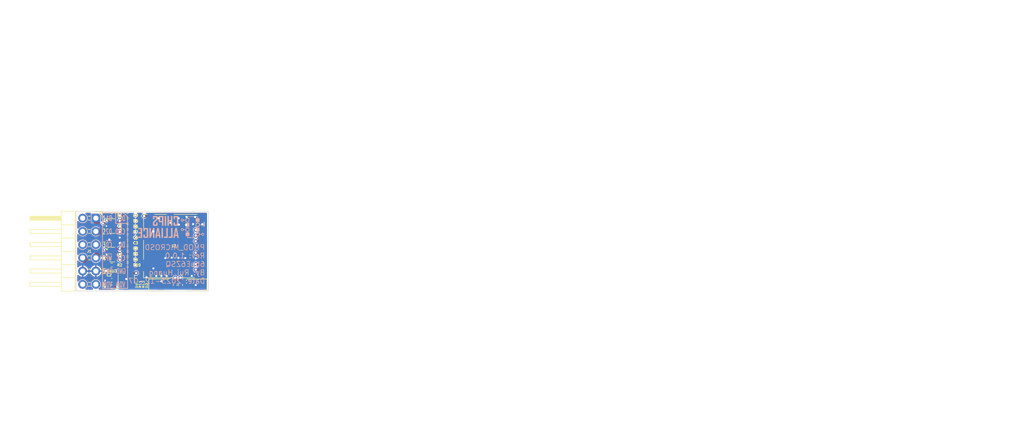
<source format=kicad_pcb>
(kicad_pcb (version 20221018) (generator pcbnew)
  (title_block (title "PMOD MICROSD") (date "2023-12-07") (rev "1.0.0") (company "CHIPS Alliance") (comment 1 "Rui Huang (2023-12-07)") (comment 2 "Rui Huang (2023-12-07)") (comment 4 "Rui Huang (2023-12-07)"))
  (layers (0 "F.Cu" signal) (1 "In1.Cu" signal) (2 "In2.Cu" signal) (31 "B.Cu" signal) (34 "B.Paste" user) (35 "F.Paste" user) (36 "B.SilkS" user "B.Silkscreen") (37 "F.SilkS" user "F.Silkscreen") (38 "B.Mask" user) (39 "F.Mask" user) (44 "Edge.Cuts" user))
  (net 0 "")
  (net 1 "/SD_DAT3")
  (net 2 "/SD_DAT1")
  (net 3 "/SD_CMD")
  (net 4 "/SD_DAT2")
  (net 5 "/SD_DAT0")
  (net 6 "Net-(D1-A)")
  (net 7 "/SD_CLK")
  (net 8 "Net-(D2-A)")
  (net 9 "/SD_DET_PMOD")
  (net 10 "GND")
  (net 11 "Net-(D1-K)")
  (net 12 "/SD_WP_PMOD")
  (net 13 "3P3V")
  (net 14 "/SD_DET")
  (net 15 "/SD_WP")
  (footprint "Resistor_SMD:R_0402_1005Metric" (layer "F.Cu") (at 105.739703 121.906968)
    (fp_text reference "R10")
    (fp_text value "10k")
  )
  (footprint "CHIPSAlliance_Connector:PinHeader_2x06_P2.54mm_Horizontal_PMOD" (layer "F.Cu") (at 99.643703 112.889968)
    (fp_text reference "J1")
    (fp_text value "PZ254R-12-12P")
  )
  (footprint "CHIPSAlliance_Connector:microSD_HC_Molex_104031-0811" (layer "F.Cu") (at 114.629703 118.223968 -90)
    (fp_text reference "J2")
    (fp_text value "Micro_SD_Card_Det2")
  )
  (footprint "Resistor_SMD:R_0402_1005Metric" (layer "F.Cu") (at 105.739703 114.507522)
    (fp_text reference "R6")
    (fp_text value "330")
  )
  (footprint "CHIPSAlliance_Package_SON:USON-10_2.5x1.0mm_P0.5mm" (layer "F.Cu") (at 102.806703 114.413968 -90)
    (fp_text reference "U1")
    (fp_text value "RCLAMP0524P")
  )
  (footprint "CHIPSAlliance_Package_SON:USON-10_2.5x1.0mm_P0.5mm" (layer "F.Cu") (at 102.781703 119.874968 -90)
    (fp_text reference "U2")
    (fp_text value "RCLAMP0524P")
  )
  (footprint "Capacitor_SMD:C_0402_1005Metric" (layer "F.Cu") (at 102.691703 124.827968 180)
    (fp_text reference "C4")
    (fp_text value "100n")
  )
  (footprint "Package_TO_SOT_SMD:SOT-23-6" (layer "F.Cu") (at 105.485703 124.573968 90)
    (fp_text reference "U3")
    (fp_text value "AIP74LVC1T45GB236TR")
  )
  (footprint "Resistor_SMD:R_0402_1005Metric" (layer "F.Cu") (at 105.739703 120.844184)
    (fp_text reference "R4")
    (fp_text value "330")
  )
  (footprint "Capacitor_SMD:C_0402_1005Metric" (layer "F.Cu") (at 105.739703 116.623076 180)
    (fp_text reference "C1")
    (fp_text value "10u")
  )
  (footprint "Resistor_SMD:R_0402_1005Metric" (layer "F.Cu") (at 105.739703 115.570299)
    (fp_text reference "R7")
    (fp_text value "330")
  )
  (footprint "Resistor_SMD:R_0402_1005Metric" (layer "F.Cu") (at 105.739703 113.444745)
    (fp_text reference "R5")
    (fp_text value "330")
  )
  (footprint "Resistor_SMD:R_0402_1005Metric" (layer "F.Cu") (at 102.691703 112.381968 180)
    (fp_text reference "R1")
    (fp_text value "200")
  )
  (footprint "Resistor_SMD:R_0402_1005Metric" (layer "F.Cu") (at 102.691703 121.906968 180)
    (fp_text reference "R2")
    (fp_text value "200")
  )
  (footprint "Capacitor_SMD:C_0402_1005Metric" (layer "F.Cu") (at 105.739703 117.665853 180)
    (fp_text reference "C3")
    (fp_text value "100n")
  )
  (footprint "Resistor_SMD:R_0402_1005Metric" (layer "F.Cu") (at 115.899703 125.716968 -90)
    (fp_text reference "R12")
    (fp_text value "6.8k")
  )
  (footprint "Resistor_SMD:R_0402_1005Metric" (layer "F.Cu") (at 105.739703 119.781407)
    (fp_text reference "R3")
    (fp_text value "330")
  )
  (footprint "Resistor_SMD:R_0402_1005Metric" (layer "F.Cu") (at 114.883703 125.716968 -90)
    (fp_text reference "R11")
    (fp_text value "6.8k")
  )
  (footprint "LED_SMD:LED_1206_3216Metric" (layer "F.Cu") (at 118.693703 125.716968 180)
    (fp_text reference "D2")
    (fp_text value "NCD1206O1")
  )
  (footprint "LED_SMD:LED_1206_3216Metric" (layer "F.Cu") (at 112.089703 125.716968)
    (fp_text reference "D1")
    (fp_text value "NCD1206Y1")
  )
  (footprint "Resistor_SMD:R_0402_1005Metric" (layer "F.Cu") (at 105.739703 112.381968)
    (fp_text reference "R9")
    (fp_text value "10k")
  )
  (footprint "Resistor_SMD:R_0402_1005Metric" (layer "F.Cu") (at 105.739703 118.71863)
    (fp_text reference "R8")
    (fp_text value "10k")
  )
  (footprint "Capacitor_SMD:C_0402_1005Metric" (layer "F.Cu") (at 102.691703 126.097967 180)
    (fp_text reference "C2")
    (fp_text value "10u")
  )
  (gr_line (start 103.453703 113.905968) (end 105.739703 113.905968) (stroke (width 0.15)) (layer "B.SilkS"))
  (gr_poly (pts (xy 114.046773 113.246659) (xy 113.661964 113.246659) (xy 113.661964 112.466635) (xy 113.374943 112.466635) (xy 113.374943 114.358634) (xy 113.661964 114.358634) (xy 113.661964 113.509191) (xy 114.046773 113.509191) (xy 114.046773 114.358634) (xy 114.331253 114.358634) (xy 114.331253 112.466635) (xy 114.046773 112.466635)) (fill solid) (layer "B.SilkS"))
  (gr_line (start 100.913703 126.351968) (end 100.913703 111.873968) (stroke (width 0.15)) (layer "B.SilkS"))
  (gr_poly (pts (xy 114.526833 116.668413) (xy 114.808773 116.668413) (xy 114.865923 116.309956) (xy 115.222794 116.309956) (xy 115.279943 116.668413) (xy 115.560614 116.668413) (xy 115.560614 116.663365) (xy 115.444244 116.066356) (xy 115.184693 116.066356) (xy 114.906563 116.066356) (xy 115.044993 115.213126) (xy 115.184693 116.066356) (xy 115.444244 116.066356) (xy 115.192314 114.77389) (xy 114.892593 114.77389)) (fill solid) (layer "B.SilkS"))
  (gr_poly (pts (xy 111.047033 116.668413) (xy 111.328974 116.668413) (xy 111.386124 116.309956) (xy 111.742992 116.309956) (xy 111.800144 116.668413) (xy 112.080812 116.668413) (xy 112.080812 116.663365) (xy 111.964442 116.066356) (xy 111.704895 116.066356) (xy 111.426763 116.066356) (xy 111.565193 115.213126) (xy 111.704895 116.066356) (xy 111.964442 116.066356) (xy 111.712513 114.77389) (xy 111.412793 114.77389)) (fill solid) (layer "B.SilkS"))
  (gr_poly (pts (xy 114.719366 112.466805) (xy 114.709034 112.467315) (xy 114.699037 112.468166) (xy 114.689376 112.469357) (xy 114.68005 112.470887) (xy 114.671061 112.472759) (xy 114.662408 112.47497) (xy 114.654091 112.477521) (xy 114.646111 112.480413) (xy 114.638468 112.483645) (xy 114.631162 112.487217) (xy 114.624194 112.491129) (xy 114.617563 112.495382) (xy 114.611271 112.499974) (xy 114.605316 112.504907) (xy 114.599699 112.51018) (xy 114.594422 112.515793) (xy 114.589483 112.521747) (xy 114.584883 112.52804) (xy 114.580622 112.534674) (xy 114.576701 112.541648) (xy 114.57312 112.548962) (xy 114.569878 112.556617) (xy 114.566977 112.564611) (xy 114.564416 112.572946) (xy 114.562196 112.581621) (xy 114.560317 112.590636) (xy 114.558779 112.599992) (xy 114.557582 112.609687) (xy 114.556727 112.619723) (xy 114.556214 112.630099) (xy 114.556043 112.640815) (xy 114.556043 113.082576) (xy 114.839253 113.082576) (xy 114.839253 112.708972) (xy 115.207553 112.708972) (xy 115.207553 114.115035) (xy 114.839253 114.115035) (xy 114.839253 113.71745) (xy 114.556044 113.71745) (xy 114.554773 114.185716) (xy 114.554944 114.196318) (xy 114.555458 114.206586) (xy 114.556313 114.216522) (xy 114.557509 114.226123) (xy 114.559047 114.235391) (xy 114.560926 114.244325) (xy 114.563146 114.252925) (xy 114.565707 114.261191) (xy 114.568608 114.269121) (xy 114.57185 114.276717) (xy 114.575431 114.283978) (xy 114.579352 114.290903) (xy 114.583613 114.297493) (xy 114.588213 114.303747) (xy 114.593152 114.309665) (xy 114.59843 114.315247) (xy 114.604046 114.320492) (xy 114.610001 114.325401) (xy 114.616294 114.329972) (xy 114.622924 114.334207) (xy 114.629893 114.338104) (xy 114.637198 114.341663) (xy 114.644841 114.344885) (xy 114.652821 114.347768) (xy 114.661138 114.350313) (xy 114.669791 114.352519) (xy 114.678781 114.354387) (xy 114.688106 114.355915) (xy 114.697767 114.357105) (xy 114.707764 114.357954) (xy 114.718096 114.358464) (xy 114.728764 114.358634) (xy 115.321854 114.358634) (xy 115.332283 114.358464) (xy 115.342377 114.357954) (xy 115.352137 114.357105) (xy 115.361563 114.355915) (xy 115.370655 114.354387) (xy 115.379414 114.352519) (xy 115.387839 114.350313) (xy 115.39593 114.347768) (xy 115.403689 114.344885) (xy 115.411115 114.341663) (xy 115.418208 114.338104) (xy 115.424969 114.334207) (xy 115.431398 114.329972) (xy 115.437495 114.325401) (xy 115.443261 114.320492) (xy 115.448695 114.315247) (xy 115.453798 114.309665) (xy 115.45857 114.303747) (xy 115.463011 114.297493) (xy 115.467122 114.290903) (xy 115.470903 114.283978) (xy 115.474354 114.276717) (xy 115.477475 114.269121) (xy 115.480266 114.26119) (xy 115.482728 114.252925) (xy 115.484862 114.244325) (xy 115.486666 114.235391) (xy 115.488142 114.226123) (xy 115.489289 114.216522) (xy 115.490108 114.206586) (xy 115.4906 114.196318) (xy 115.490764 114.185716) (xy 115.490764 112.640815) (xy 115.490712 112.630099) (xy 115.490318 112.619723) (xy 115.489583 112.609687) (xy 115.488509 112.599992) (xy 115.487095 112.590636) (xy 115.485341 112.581621) (xy 115.48325 112.572946) (xy 115.480822 112.564611) (xy 115.478056 112.556617) (xy 115.474955 112.548962) (xy 115.471518 112.541648) (xy 115.467747 112.534674) (xy 115.463642 112.52804) (xy 115.459203 112.521747) (xy 115.454432 112.515793) (xy 115.44933 112.51018) (xy 115.443896 112.504907) (xy 115.438131 112.499974) (xy 115.432037 112.495382) (xy 115.425614 112.491129) (xy 115.418862 112.487217) (xy 115.411783 112.483645) (xy 115.404377 112.480413) (xy 115.396644 112.477521) (xy 115.388586 112.47497) (xy 115.380203 112.472759) (xy 115.371496 112.470887) (xy 115.362466 112.469357) (xy 115.353113 112.468166) (xy 115.343437 112.467315) (xy 115.333441 112.466805) (xy 115.323123 112.466635) (xy 114.730033 112.466635)) (fill solid) (layer "B.SilkS"))
  (gr_poly (pts (xy 111.869486 112.466805) (xy 111.859154 112.467315) (xy 111.849157 112.468166) (xy 111.839496 112.469357) (xy 111.830171 112.470887) (xy 111.821181 112.472759) (xy 111.812528 112.47497) (xy 111.804211 112.477521) (xy 111.796232 112.480413) (xy 111.788589 112.483645) (xy 111.781283 112.487217) (xy 111.774314 112.491129) (xy 111.767684 112.495382) (xy 111.761391 112.499974) (xy 111.755436 112.504907) (xy 111.74982 112.51018) (xy 111.744542 112.515793) (xy 111.739603 112.521747) (xy 111.735003 112.52804) (xy 111.730742 112.534674) (xy 111.726821 112.541648) (xy 111.72324 112.548962) (xy 111.719998 112.556617) (xy 111.717097 112.564611) (xy 111.714537 112.572946) (xy 111.712316 112.581621) (xy 111.710437 112.590636) (xy 111.708899 112.599992) (xy 111.707703 112.609687) (xy 111.706848 112.619723) (xy 111.706334 112.630099) (xy 111.706163 112.640815) (xy 111.706163 113.496569) (xy 111.706848 113.517898) (xy 111.707703 113.528051) (xy 111.708899 113.537864) (xy 111.710437 113.547335) (xy 111.712316 113.556465) (xy 111.714537 113.565253) (xy 111.717097 113.5737) (xy 111.719998 113.581805) (xy 111.72324 113.589567) (xy 111.726821 113.596987) (xy 111.730742 113.604064) (xy 111.735003 113.610798) (xy 111.739603 113.617189) (xy 111.744542 113.623236) (xy 111.74982 113.62894) (xy 111.755436 113.6343) (xy 111.761391 113.639315) (xy 111.767684 113.643987) (xy 111.774315 113.648314) (xy 111.781283 113.652296) (xy 111.788589 113.655933) (xy 111.796232 113.659224) (xy 111.804212 113.662171) (xy 111.812529 113.664771) (xy 111.821182 113.667025) (xy 111.830171 113.668934) (xy 111.839497 113.670495) (xy 111.849158 113.671711) (xy 111.859155 113.672579) (xy 111.869487 113.6731) (xy 111.880155 113.673274) (xy 112.341164 113.673274) (xy 112.341164 114.358634) (xy 112.625643 114.358634) (xy 112.625643 112.708972) (xy 112.341164 112.708972) (xy 112.341164 113.429674) (xy 111.993183 113.429674) (xy 111.993183 112.708972) (xy 112.341164 112.708972) (xy 112.625643 112.708972) (xy 112.625643 112.466635) (xy 111.880154 112.466635)) (fill solid) (layer "B.SilkS"))
  (gr_line (start 104.977703 111.873968) (end 100.913703 111.873968) (stroke (width 0.15)) (layer "B.SilkS"))
  (gr_poly (pts (xy 110.744109 112.467301) (xy 110.734129 112.468134) (xy 110.724491 112.4693) (xy 110.715195 112.4708) (xy 110.706239 112.472634) (xy 110.697625 112.474802) (xy 110.689351 112.477304) (xy 110.681417 112.480141) (xy 110.673824 112.483314) (xy 110.666571 112.486821) (xy 110.659657 112.490663) (xy 110.653083 112.494841) (xy 110.646848 112.499355) (xy 110.640953 112.504205) (xy 110.635396 112.509391) (xy 110.630178 112.514914) (xy 110.625298 112.520773) (xy 110.620756 112.52697) (xy 110.616552 112.533503) (xy 110.612685 112.540374) (xy 110.609157 112.547583) (xy 110.605965 112.555129) (xy 110.60311 112.563014) (xy 110.600592 112.571237) (xy 110.598411 112.579798) (xy 110.596565 112.588699) (xy 110.595056 112.597938) (xy 110.593883 112.607517) (xy 110.593045 112.617435) (xy 110.592542 112.627693) (xy 110.592375 112.638291) (xy 110.592375 113.061119) (xy 110.876854 113.061119) (xy 110.876854 112.705186) (xy 111.224833 112.705186) (xy 111.224833 113.047235) (xy 110.654603 113.581135) (xy 110.646997 113.588605) (xy 110.639896 113.596345) (xy 110.633297 113.604359) (xy 110.627199 113.61265) (xy 110.621599 113.621222) (xy 110.616495 113.630079) (xy 110.611887 113.639224) (xy 110.607772 113.648661) (xy 110.604147 113.658395) (xy 110.601012 113.668427) (xy 110.598365 113.678763) (xy 110.596203 113.689406) (xy 110.594524 113.700359) (xy 110.593328 113.711627) (xy 110.592611 113.723213) (xy 110.592373 113.73512) (xy 110.592374 114.185716) (xy 110.593044 114.206586) (xy 110.593882 114.216522) (xy 110.595055 114.226123) (xy 110.596564 114.235391) (xy 110.59841 114.244325) (xy 110.600591 114.252925) (xy 110.603109 114.261191) (xy 110.605964 114.269121) (xy 110.609156 114.276717) (xy 110.612685 114.283978) (xy 110.616551 114.290903) (xy 110.620755 114.297493) (xy 110.625297 114.303747) (xy 110.630177 114.309665) (xy 110.635395 114.315247) (xy 110.640952 114.320492) (xy 110.646847 114.325401) (xy 110.653082 114.329972) (xy 110.659656 114.334207) (xy 110.66657 114.338104) (xy 110.673823 114.341663) (xy 110.681416 114.344885) (xy 110.68935 114.347768) (xy 110.697624 114.350313) (xy 110.706238 114.352519) (xy 110.715194 114.354387) (xy 110.72449 114.355915) (xy 110.734128 114.357105) (xy 110.744108 114.357954) (xy 110.754429 114.358464) (xy 110.765093 114.358634) (xy 111.337863 114.358634) (xy 111.348411 114.358464) (xy 111.358624 114.357954) (xy 111.368503 114.357105) (xy 111.378046 114.355915) (xy 111.387255 114.354387) (xy 111.396129 114.352519) (xy 111.404668 114.350313) (xy 111.412872 114.347768) (xy 111.420742 114.344885) (xy 111.428276 114.341663) (xy 111.435476 114.338104) (xy 111.44234 114.334207) (xy 111.44887 114.329972) (xy 111.455065 114.325401) (xy 111.460925 114.320492) (xy 111.466451 114.315247) (xy 111.471641 114.309665) (xy 111.476497 114.303747) (xy 111.481017 114.297493) (xy 111.485203 114.290903) (xy 111.489054 114.283978) (xy 111.49257 114.276717) (xy 111.495751 114.269121) (xy 111.498598 114.26119) (xy 111.501109 114.252925) (xy 111.503286 114.244325) (xy 111.505128 114.235391) (xy 111.506635 114.226123) (xy 111.507807 114.216522) (xy 111.508644 114.206586) (xy 111.509146 114.196318) (xy 111.509314 114.185716) (xy 111.509314 113.73512) (xy 111.224833 113.73512) (xy 111.224833 114.120083) (xy 110.876854 114.120083) (xy 110.876854 113.749004) (xy 111.447083 113.21258) (xy 111.454689 113.205111) (xy 111.46179 113.197375) (xy 111.468389 113.189373) (xy 111.474487 113.181105) (xy 111.480087 113.17257) (xy 111.485191 113.163769) (xy 111.489799 113.154702) (xy 111.493914 113.145369) (xy 111.497539 113.13577) (xy 111.500674 113.125904) (xy 111.503321 113.115772) (xy 111.505484 113.105374) (xy 111.507162 113.09471) (xy 111.508358 113.083779) (xy 111.509075 113.072582) (xy 111.509314 113.061119) (xy 111.509314 112.640815) (xy 111.508644 112.619723) (xy 111.507807 112.609687) (xy 111.506635 112.599992) (xy 111.505128 112.590636) (xy 111.503286 112.581621) (xy 111.501109 112.572946) (xy 111.498598 112.564611) (xy 111.495752 112.556617) (xy 111.49257 112.548962) (xy 111.489054 112.541648) (xy 111.485203 112.534674) (xy 111.481018 112.52804) (xy 111.476497 112.521747) (xy 111.471641 112.515793) (xy 111.466451 112.51018) (xy 111.460926 112.504907) (xy 111.455066 112.499974) (xy 111.448871 112.495382) (xy 111.442341 112.491129) (xy 111.435476 112.487217) (xy 111.428277 112.483645) (xy 111.420742 112.480413) (xy 111.412873 112.477521) (xy 111.404669 112.47497) (xy 111.39613 112.472759) (xy 111.387256 112.470887) (xy 111.378047 112.469357) (xy 111.368504 112.468166) (xy 111.358625 112.467315) (xy 111.348412 112.466805) (xy 111.337864 112.466635) (xy 110.765094 112.466635)) (fill solid) (layer "B.SilkS"))
  (gr_line (start 105.739703 126.351968) (end 100.913703 126.351968) (stroke (width 0.15)) (layer "B.SilkS"))
  (gr_poly (pts (xy 108.921816 114.776584) (xy 108.911484 114.777095) (xy 108.901487 114.777945) (xy 108.891826 114.779136) (xy 108.882501 114.780667) (xy 108.873511 114.782538) (xy 108.864858 114.784749) (xy 108.856542 114.7873) (xy 108.848562 114.790192) (xy 108.840919 114.793424) (xy 108.833613 114.796996) (xy 108.826644 114.800908) (xy 108.820014 114.805161) (xy 108.813721 114.809753) (xy 108.807766 114.814686) (xy 108.80215 114.819959) (xy 108.796872 114.825572) (xy 108.791933 114.831526) (xy 108.787333 114.83782) (xy 108.783072 114.844453) (xy 108.779151 114.851427) (xy 108.77557 114.858742) (xy 108.772328 114.866396) (xy 108.769427 114.874391) (xy 108.766867 114.882725) (xy 108.764646 114.8914) (xy 108.762767 114.900415) (xy 108.761229 114.909771) (xy 108.760033 114.919466) (xy 108.759178 114.929502) (xy 108.758664 114.939878) (xy 108.758493 114.950594) (xy 108.758493 115.392355) (xy 109.041703 115.392355) (xy 109.041703 115.018752) (xy 109.410003 115.018752) (xy 109.410003 116.424814) (xy 109.041703 116.424814) (xy 109.041703 116.027229) (xy 108.758493 116.027229) (xy 108.758493 116.495496) (xy 108.758664 116.506097) (xy 108.759178 116.516366) (xy 108.760033 116.526301) (xy 108.761229 116.535903) (xy 108.762767 116.545171) (xy 108.764646 116.554105) (xy 108.766866 116.562704) (xy 108.769427 116.57097) (xy 108.772328 116.578901) (xy 108.77557 116.586497) (xy 108.779151 116.593757) (xy 108.783072 116.600683) (xy 108.787333 116.607273) (xy 108.791933 116.613527) (xy 108.796872 116.619445) (xy 108.802149 116.625027) (xy 108.807766 116.630272) (xy 108.81372 116.63518) (xy 108.820013 116.639752) (xy 108.826644 116.643986) (xy 108.833612 116.647883) (xy 108.840918 116.651443) (xy 108.848561 116.654664) (xy 108.856541 116.657547) (xy 108.864858 116.660092) (xy 108.873511 116.662299) (xy 108.8825 116.664166) (xy 108.891826 116.665695) (xy 108.901487 116.666884) (xy 108.911484 116.667734) (xy 108.921816 116.668244) (xy 108.932484 116.668414) (xy 109.525574 116.668414) (xy 109.536003 116.668244) (xy 109.546097 116.667734) (xy 109.555858 116.666884) (xy 109.565284 116.665695) (xy 109.574376 116.664166) (xy 109.583134 116.662299) (xy 109.591559 116.660092) (xy 109.599651 116.657547) (xy 109.607409 116.654664) (xy 109.614835 116.651443) (xy 109.621928 116.647883) (xy 109.628689 116.643986) (xy 109.635118 116.639752) (xy 109.641215 116.63518) (xy 109.646981 116.630272) (xy 109.652415 116.625027) (xy 109.657518 116.619445) (xy 109.66229 116.613527) (xy 109.666732 116.607273) (xy 109.670842 116.600683) (xy 109.674623 116.593757) (xy 109.678074 116.586497) (xy 109.681195 116.578901) (xy 109.683986 116.57097) (xy 109.686449 116.562704) (xy 109.688582 116.554105) (xy 109.690386 116.545171) (xy 109.691862 116.535903) (xy 109.693009 116.526301) (xy 109.693829 116.516366) (xy 109.69432 116.506097) (xy 109.694484 116.495496) (xy 109.694484 114.950594) (xy 109.693829 114.929502) (xy 109.693009 114.919466) (xy 109.691862 114.909771) (xy 109.690386 114.900415) (xy 109.688582 114.8914) (xy 109.686448 114.882725) (xy 109.683986 114.874391) (xy 109.681195 114.866396) (xy 109.678074 114.858742) (xy 109.674623 114.851427) (xy 109.670842 114.844453) (xy 109.666731 114.83782) (xy 109.66229 114.831526) (xy 109.657518 114.825572) (xy 109.652415 114.819959) (xy 109.646981 114.814686) (xy 109.641215 114.809753) (xy 109.635118 114.805161) (xy 109.628689 114.800908) (xy 109.621928 114.796996) (xy 109.614835 114.793424) (xy 109.607409 114.790192) (xy 109.59965 114.7873) (xy 109.591559 114.784749) (xy 109.583134 114.782538) (xy 109.574375 114.780667) (xy 109.565283 114.779136) (xy 109.555857 114.777945) (xy 109.546097 114.777095) (xy 109.536003 114.776584) (xy 109.525574 114.776414) (xy 108.932484 114.776414)) (fill solid) (layer "B.SilkS"))
  (gr_poly (pts (xy 117.170973 112.908396) (xy 116.868713 112.908396) (xy 116.868713 113.208793) (xy 116.496603 113.208793) (xy 116.493636 113.197768) (xy 116.490219 113.186945) (xy 116.486363 113.176334) (xy 116.48208 113.165944) (xy 116.477381 113.155785) (xy 116.472278 113.145867) (xy 116.460904 113.126792) (xy 116.44805 113.108796) (xy 116.433805 113.091959) (xy 116.418262 113.076356) (xy 116.401512 113.062066) (xy 116.383645 113.049166) (xy 116.364754 113.037734) (xy 116.344928 113.027848) (xy 116.32426 113.019586) (xy 116.313639 113.016087) (xy 116.302841 113.013024) (xy 116.291877 113.010405) (xy 116.28076 113.008241) (xy 116.269501 113.006541) (xy 116.258111 113.005314) (xy 116.246601 113.004571) (xy 116.234983 113.004321) (xy 116.221253 113.004666) (xy 116.207696 113.00569) (xy 116.19433 113.007376) (xy 116.181172 113.009708) (xy 116.168239 113.012669) (xy 116.155548 113.016244) (xy 116.143117 113.020415) (xy 116.130962 113.025167) (xy 116.119102 113.030482) (xy 116.107552 113.036346) (xy 116.096331 113.04274) (xy 116.085455 113.049649) (xy 116.074943 113.057056) (xy 116.06481 113.064945) (xy 116.055074 113.073299) (xy 116.045753 113.082103) (xy 116.036863 113.091339) (xy 116.028423 113.100991) (xy 116.020448 113.111044) (xy 116.012956 113.121479) (xy 116.005965 113.132282) (xy 115.999492 113.143435) (xy 115.993553 113.154922) (xy 115.988166 113.166728) (xy 115.983349 113.178834) (xy 115.979118 113.191226) (xy 115.975491 113.203886) (xy 115.972485 113.216798) (xy 115.970117 113.229946) (xy 115.968404 113.243313) (xy 115.967363 113.256883) (xy 115.967013 113.27064) (xy 115.967367 113.284289) (xy 115.968417 113.297772) (xy 115.970144 113.31107) (xy 115.97253 113.324164) (xy 115.975555 113.337037) (xy 115.979202 113.349669) (xy 115.983452 113.362042) (xy 115.988286 113.374138) (xy 115.993685 113.385939) (xy 115.999631 113.397424) (xy 116.006106 113.408578) (xy 116.013091 113.419379) (xy 116.020566 113.429811) (xy 116.028514 113.439855) (xy 116.036916 113.449492) (xy 116.045753 113.458704) (xy 116.055022 113.467487) (xy 116.064719 113.475837) (xy 116.074825 113.483736) (xy 116.085322 113.491166) (xy 116.09619 113.498107) (xy 116.107413 113.504542) (xy 116.11897 113.510451) (xy 116.130843 113.515817) (xy 116.143014 113.520621) (xy 116.155464 113.524845) (xy 116.168175 113.528469) (xy 116.181127 113.531476) (xy 116.194303 113.533847) (xy 116.207683 113.535564) (xy 116.22125 113.536607) (xy 116.234983 113.536959) (xy 116.248717 113.536607) (xy 116.262283 113.535564) (xy 116.275663 113.533847) (xy 116.288839 113.531476) (xy 116.301791 113.528469) (xy 116.314502 113.524845) (xy 116.326952 113.520621) (xy 116.339123 113.515817) (xy 116.350996 113.510451) (xy 116.362554 113.504542) (xy 116.373776 113.498107) (xy 116.384645 113.491166) (xy 116.395141 113.483736) (xy 116.405248 113.475837) (xy 116.414944 113.467487) (xy 116.424213 113.458704) (xy 116.430537 113.452211) (xy 116.436645 113.445515) (xy 116.44253 113.43862) (xy 116.448184 113.431528) (xy 116.453601 113.424244) (xy 116.458771 113.416771) (xy 116.463689 113.409114) (xy 116.468346 113.401275) (xy 116.472735 113.393259) (xy 116.476849 113.385069) (xy 116.48068 113.376709) (xy 116.484221 113.368182) (xy 116.487464 113.359493) (xy 116.490402 113.350645) (xy 116.493028 113.341642) (xy 116.495333 113.332487) (xy 116.867443 113.332487) (xy 116.867443 113.632884) (xy 117.169703 113.632884) (xy 117.169703 113.814637) (xy 116.867443 113.814637) (xy 116.867443 114.536601) (xy 117.169703 114.536601) (xy 117.169703 114.717092) (xy 116.867443 114.717092) (xy 116.867443 115.017489) (xy 116.495333 115.017489) (xy 116.492366 115.006464) (xy 116.488949 114.995641) (xy 116.485093 114.985029) (xy 116.48081 114.974639) (xy 116.476111 114.96448) (xy 116.471008 114.954562) (xy 116.459634 114.935487) (xy 116.446779 114.917492) (xy 116.432535 114.900654) (xy 116.416992 114.885052) (xy 116.400242 114.870762) (xy 116.382375 114.857862) (xy 116.363484 114.84643) (xy 116.343658 114.836544) (xy 116.32299 114.828282) (xy 116.312368 114.824783) (xy 116.30157 114.82172) (xy 116.290607 114.819101) (xy 116.27949 114.816937) (xy 116.268231 114.815237) (xy 116.256841 114.81401) (xy 116.245331 114.813267) (xy 116.233713 114.813017) (xy 116.219983 114.813366) (xy 116.206426 114.8144) (xy 116.193061 114.816103) (xy 116.179904 114.818458) (xy 116.166974 114.821448) (xy 116.154286 114.825056) (xy 116.14186 114.829266) (xy 116.129712 114.83406) (xy 116.11786 114.839422) (xy 116.106321 114.845334) (xy 116.095113 114.851781) (xy 116.084252 114.858744) (xy 116.073758 114.866207) (xy 116.063646 114.874154) (xy 116.053935 114.882567) (xy 116.044642 114.89143) (xy 116.035784 114.900725) (xy 116.027379 114.910436) (xy 116.019444 114.920546) (xy 116.011996 114.931038) (xy 116.005054 114.941895) (xy 115.998634 114.9531) (xy 115.992755 114.964637) (xy 115.987432 114.976488) (xy 115.982685 114.988637) (xy 115.978529 115.001067) (xy 115.974984 115.013761) (xy 115.972066 115.026702) (xy 115.969792 115.039873) (xy 115.96818 115.053257) (xy 115.967248 115.066838) (xy 115.967013 115.080598) (xy 115.967367 115.094247) (xy 115.968417 115.10773) (xy 115.970144 115.121028) (xy 115.97253 115.134122) (xy 115.975555 115.146995) (xy 115.979202 115.159627) (xy 115.983452 115.172) (xy 115.988286 115.184096) (xy 115.993685 115.195897) (xy 115.999631 115.207383) (xy 116.006106 115.218536) (xy 116.013091 115.229338) (xy 116.020566 115.23977) (xy 116.028514 115.249813) (xy 116.036916 115.25945) (xy 116.045753 115.268662) (xy 116.055022 115.277445) (xy 116.064719 115.285795) (xy 116.074825 115.293694) (xy 116.085322 115.301124) (xy 116.09619 115.308065) (xy 116.107413 115.3145) (xy 116.11897 115.320409) (xy 116.130843 115.325775) (xy 116.143014 115.33058) (xy 116.155464 115.334803) (xy 116.168175 115.338427) (xy 116.181127 115.341434) (xy 116.194303 115.343805) (xy 116.207683 115.345522) (xy 116.22125 115.346565) (xy 116.234983 115.346917) (xy 116.248717 115.346565) (xy 116.262283 115.345522) (xy 116.275663 115.343805) (xy 116.288839 115.341434) (xy 116.301791 115.338427) (xy 116.314502 115.334803) (xy 116.326952 115.33058) (xy 116.339123 115.325775) (xy 116.350996 115.320409) (xy 116.362554 115.3145) (xy 116.373776 115.308065) (xy 116.384645 115.301124) (xy 116.395141 115.293694) (xy 116.405248 115.285795) (xy 116.414944 115.277445) (xy 116.424213 115.268662) (xy 116.430537 115.26217) (xy 116.436645 115.255474) (xy 116.44253 115.248578) (xy 116.448184 115.241486) (xy 116.453601 115.234202) (xy 116.458771 115.226729) (xy 116.463689 115.219072) (xy 116.468346 115.211233) (xy 116.472735 115.203217) (xy 116.476849 115.195027) (xy 116.48068 115.186667) (xy 116.484221 115.178141) (xy 116.487464 115.169451) (xy 116.490402 115.160603) (xy 116.493028 115.1516) (xy 116.495333 115.142445) (xy 116.867443 115.142445) (xy 116.867443 115.44158) (xy 117.169703 115.44158) (xy 117.169703 115.622071) (xy 116.871253 115.622071) (xy 116.871253 116.346559) (xy 117.169703 116.346559) (xy 117.169703 116.699968) (xy 119.241073 116.699968) (xy 119.241073 116.346559) (xy 119.543333 116.346559) (xy 119.543333 116.046162) (xy 119.915443 116.046162) (xy 119.91841 116.057187) (xy 119.921827 116.06801) (xy 119.925683 116.078621) (xy 119.929966 116.089012) (xy 119.934665 116.09917) (xy 119.939768 116.109089) (xy 119.951142 116.128164) (xy 119.963997 116.146159) (xy 119.978241 116.162997) (xy 119.993784 116.178599) (xy 120.010534 116.192889) (xy 120.028401 116.205789) (xy 120.047292 116.217221) (xy 120.067118 116.227107) (xy 120.087786 116.23537) (xy 120.098408 116.238868) (xy 120.109206 116.241931) (xy 120.120169 116.24455) (xy 120.131286 116.246714) (xy 120.142545 116.248415) (xy 120.153935 116.249641) (xy 120.165445 116.250384) (xy 120.177063 116.250634) (xy 120.190793 116.250289) (xy 120.20435 116.249265) (xy 120.217716 116.247579) (xy 120.230874 116.245248) (xy 120.243807 116.242286) (xy 120.256498 116.238711) (xy 120.268929 116.23454) (xy 120.281084 116.229788) (xy 120.292945 116.224473) (xy 120.304494 116.21861) (xy 120.315715 116.212216) (xy 120.326591 116.205307) (xy 120.337103 116.1979) (xy 120.347236 116.190011) (xy 120.356972 116.181656) (xy 120.366293 116.172853) (xy 120.375183 116.163616) (xy 120.383623 116.153964) (xy 120.391598 116.143912) (xy 120.39909 116.133476) (xy 120.406081 116.122674) (xy 120.412554 116.11152) (xy 120.418493 116.100033) (xy 120.42388 116.088228) (xy 120.428697 116.076121) (xy 120.432928 116.06373) (xy 120.436555 116.05107) (xy 120.439561 116.038157) (xy 120.441929 116.025009) (xy 120.443642 116.011642) (xy 120.444682 115.998072) (xy 120.445033 115.984315) (xy 120.320573 115.984315) (xy 120.320381 115.99162) (xy 120.319814 115.998852) (xy 120.318882 116.006) (xy 120.317596 116.013049) (xy 120.315969 116.019988) (xy 120.31401 116.026803) (xy 120.311731 116.033481) (xy 120.309143 116.040009) (xy 120.306258 116.046374) (xy 120.303086 116.052564) (xy 120.299638 116.058565) (xy 120.295927 116.064365) (xy 120.291963 116.06995) (xy 120.287756 116.075307) (xy 120.283319 116.080425) (xy 120.278663 116.085289) (xy 120.273769 116.089917) (xy 120.26862 116.094326) (xy 120.263229 116.098507) (xy 120.257609 116.102447) (xy 120.251773 116.106135) (xy 120.245735 116.109561) (xy 120.239507 116.112713) (xy 120.233102 116.115581) (xy 120.226533 116.118153) (xy 120.219814 116.120418) (xy 120.212957 116.122365) (xy 120.205975 116.123982) (xy 120.198882 116.12526) (xy 120.19169 116.126186) (xy 120.184413 116.12675) (xy 120.177063 116.12694) (xy 120.169727 116.12675) (xy 120.162488 116.126186) (xy 120.155353 116.12526) (xy 120.148329 116.123982) (xy 120.141425 116.122365) (xy 120.134647 116.120418) (xy 120.128003 116.118153) (xy 120.1215 116.115581) (xy 120.115147 116.112713) (xy 120.108949 116.109561) (xy 120.102916 116.106135) (xy 120.097053 116.102447) (xy 120.091369 116.098507) (xy 120.085871 116.094326) (xy 120.080567 116.089917) (xy 120.075463 116.085289) (xy 120.070597 116.080439) (xy 120.066005 116.075359) (xy 120.061692 116.070058) (xy 120.057663 116.064542) (xy 120.053925 116.058819) (xy 120.050482 116.052896) (xy 120.047341 116.046782) (xy 120.044507 116.040482) (xy 120.041985 116.034005) (xy 120.039781 116.027357) (xy 120.037902 116.020547) (xy 120.036351 116.013582) (xy 120.035135 116.006469) (xy 120.03426 115.999215) (xy 120.033731 115.991828) (xy 120.033553 115.984315) (xy 120.033745 115.97701) (xy 120.034312 115.969778) (xy 120.035244 115.96263) (xy 120.03653 115.955581) (xy 120.038157 115.948642) (xy 120.040116 115.941828) (xy 120.042395 115.93515) (xy 120.044983 115.928622) (xy 120.047868 115.922256) (xy 120.05104 115.916066) (xy 120.054488 115.910065) (xy 120.058199 115.904266) (xy 120.062163 115.898681) (xy 120.06637 115.893323) (xy 120.070807 115.888205) (xy 120.075463 115.883341) (xy 120.080357 115.878714) (xy 120.085506 115.874304) (xy 120.090897 115.870124) (xy 120.096517 115.866184) (xy 120.102353 115.862495) (xy 120.108391 115.859069) (xy 120.114619 115.855917) (xy 120.121024 115.853049) (xy 120.127593 115.850477) (xy 120.134312 115.848212) (xy 120.141169 115.846266) (xy 120.148151 115.844648) (xy 120.155244 115.84337) (xy 120.162436 115.842444) (xy 120.169713 115.84188) (xy 120.177063 115.84169) (xy 120.184413 115.84188) (xy 120.19169 115.842444) (xy 120.198882 115.84337) (xy 120.205975 115.844648) (xy 120.212957 115.846266) (xy 120.219814 115.848212) (xy 120.226533 115.850477) (xy 120.233102 115.853049) (xy 120.239507 115.855917) (xy 120.245735 115.859069) (xy 120.251773 115.862495) (xy 120.257609 115.866184) (xy 120.263229 115.870124) (xy 120.26862 115.874304) (xy 120.273769 115.878714) (xy 120.278663 115.883341) (xy 120.283319 115.888205) (xy 120.287756 115.893323) (xy 120.291963 115.898681) (xy 120.295927 115.904266) (xy 120.299638 115.910065) (xy 120.303086 115.916066) (xy 120.306258 115.922256) (xy 120.309143 115.928622) (xy 120.311731 115.93515) (xy 120.31401 115.941828) (xy 120.315969 115.948642) (xy 120.317596 115.955581) (xy 120.318882 115.96263) (xy 120.319814 115.969778) (xy 120.320381 115.97701) (xy 120.320573 115.984315) (xy 120.445033 115.984315) (xy 120.444682 115.970669) (xy 120.443642 115.957196) (xy 120.441929 115.943911) (xy 120.439561 115.930833) (xy 120.436555 115.917977) (xy 120.432928 115.905361) (xy 120.428697 115.893002) (xy 120.42388 115.880915) (xy 120.418493 115.86912) (xy 120.412554 115.857631) (xy 120.406081 115.846466) (xy 120.39909 115.835642) (xy 120.391598 115.825176) (xy 120.383623 115.815085) (xy 120.375183 115.805385) (xy 120.366293 115.796093) (xy 120.356972 115.787227) (xy 120.347236 115.778803) (xy 120.337103 115.770838) (xy 120.326591 115.763348) (xy 120.315715 115.756352) (xy 120.304494 115.749865) (xy 120.292945 115.743904) (xy 120.281084 115.738487) (xy 120.268929 115.73363) (xy 120.256498 115.72935) (xy 120.243807 115.725664) (xy 120.230874 115.722589) (xy 120.217716 115.720141) (xy 120.20435 115.718339) (xy 120.190793 115.717197) (xy 120.177063 115.716734) (xy 120.165445 115.71698) (xy 120.153935 115.717713) (xy 120.142545 115.718923) (xy 120.131286 115.720602) (xy 120.120169 115.72274) (xy 120.109206 115.725329) (xy 120.098408 115.728359) (xy 120.087786 115.731821) (xy 120.077352 115.735707) (xy 120.067118 115.740007) (xy 120.057094 115.744712) (xy 120.047292 115.749814) (xy 120.037724 115.755304) (xy 120.028401 115.761171) (xy 120.019334 115.767408) (xy 120.010534 115.774005) (xy 120.002014 115.780954) (xy 119.993784 115.788244) (xy 119.985856 115.795868) (xy 119.978241 115.803817) (xy 119.970951 115.81208) (xy 119.963997 115.82065) (xy 119.95739 115.829517) (xy 119.951142 115.838672) (xy 119.945264 115.848106) (xy 119.939768 115.857811) (xy 119.934665 115.867776) (xy 119.929966 115.877994) (xy 119.925683 115.888455) (xy 119.921827 115.89915) (xy 119.91841 115.91007) (xy 119.915443 115.921206) (xy 119.543333 115.921206) (xy 119.543333 115.747026) (xy 119.417603 115.747026) (xy 119.417603 116.222866) (xy 118.938813 116.222866) (xy 118.938813 115.747026) (xy 119.417603 115.747026) (xy 119.543333 115.747026) (xy 119.543333 115.620809) (xy 119.241073 115.620809) (xy 119.241073 115.590517) (xy 119.116613 115.590517) (xy 118.814353 115.590517) (xy 118.814353 116.315005) (xy 119.116613 116.315005) (xy 119.116613 116.543458) (xy 117.289083 116.543458) (xy 117.289083 116.313743) (xy 117.591343 116.313743) (xy 117.591343 115.589254) (xy 117.290353 115.589254) (xy 117.290353 115.408764) (xy 117.592613 115.408764) (xy 117.592613 114.842047) (xy 117.470693 114.842047) (xy 117.470693 115.317887) (xy 116.991903 115.317887) (xy 116.991903 115.080598) (xy 116.377223 115.080598) (xy 116.377032 115.087903) (xy 116.376464 115.095135) (xy 116.375532 115.102283) (xy 116.374247 115.109332) (xy 116.372619 115.116271) (xy 116.37066 115.123086) (xy 116.368381 115.129763) (xy 116.365793 115.136292) (xy 116.362908 115.142657) (xy 116.359736 115.148847) (xy 116.356289 115.154848) (xy 116.352578 115.160648) (xy 116.348613 115.166233) (xy 116.344407 115.17159) (xy 116.33997 115.176708) (xy 116.335314 115.181572) (xy 116.330419 115.1862) (xy 116.32527 115.190609) (xy 116.319879 115.19479) (xy 116.314259 115.19873) (xy 116.308424 115.202418) (xy 116.302385 115.205844) (xy 116.296157 115.208997) (xy 116.289752 115.211864) (xy 116.283184 115.214436) (xy 116.276464 115.216701) (xy 116.269608 115.218648) (xy 116.262626 115.220265) (xy 116.255533 115.221543) (xy 116.248341 115.222469) (xy 116.241064 115.223033) (xy 116.233714 115.223224) (xy 116.226364 115.223033) (xy 116.219086 115.222469) (xy 116.211894 115.221543) (xy 116.204801 115.220265) (xy 116.19782 115.218648) (xy 116.190963 115.216701) (xy 116.184243 115.214436) (xy 116.177675 115.211864) (xy 116.17127 115.208997) (xy 116.165042 115.205844) (xy 116.159003 115.202418) (xy 116.153168 115.19873) (xy 116.147548 115.19479) (xy 116.142157 115.190609) (xy 116.137008 115.1862) (xy 116.132114 115.181572) (xy 116.127457 115.1765) (xy 116.12302 115.171228) (xy 116.118814 115.165764) (xy 116.11485 115.160115) (xy 116.111138 115.154289) (xy 116.107691 115.148292) (xy 116.104519 115.142133) (xy 116.101634 115.135818) (xy 116.099046 115.129356) (xy 116.096767 115.122753) (xy 116.094808 115.116017) (xy 116.09318 115.109155) (xy 116.091895 115.102175) (xy 116.090963 115.095084) (xy 116.090395 115.087889) (xy 116.090204 115.080598) (xy 116.090395 115.073293) (xy 116.090963 115.066061) (xy 116.091895 115.058913) (xy 116.09318 115.051864) (xy 116.094808 115.044925) (xy 116.096767 115.038111) (xy 116.099046 115.031433) (xy 116.101634 115.024905) (xy 116.104519 115.018539) (xy 116.107691 115.012349) (xy 116.111138 115.006348) (xy 116.11485 115.000549) (xy 116.118814 114.994963) (xy 116.12302 114.989606) (xy 116.127457 114.984488) (xy 116.132114 114.979624) (xy 116.137008 114.974997) (xy 116.142157 114.970587) (xy 116.147548 114.966407) (xy 116.153168 114.962467) (xy 116.159003 114.958778) (xy 116.165042 114.955352) (xy 116.17127 114.9522) (xy 116.177675 114.949332) (xy 116.184243 114.94676) (xy 116.190963 114.944495) (xy 116.19782 114.942548) (xy 116.204801 114.94093) (xy 116.211894 114.939653) (xy 116.219086 114.938726) (xy 116.226364 114.938163) (xy 116.233714 114.937972) (xy 116.241064 114.938163) (xy 116.248341 114.938726) (xy 116.255533 114.939653) (xy 116.262626 114.94093) (xy 116.269608 114.942548) (xy 116.276464 114.944495) (xy 116.283184 114.94676) (xy 116.289752 114.949332) (xy 116.296157 114.9522) (xy 116.302385 114.955352) (xy 116.308424 114.958778) (xy 116.314259 114.962467) (xy 116.319879 114.966407) (xy 116.32527 114.970587) (xy 116.330419 114.974997) (xy 116.335314 114.979624) (xy 116.33997 114.984488) (xy 116.344407 114.989606) (xy 116.348613 114.994963) (xy 116.352578 115.000549) (xy 116.356289 115.006348) (xy 116.359736 115.012349) (xy 116.362908 115.018539) (xy 116.365793 115.024905) (xy 116.368381 115.031433) (xy 116.37066 115.038111) (xy 116.372619 115.044925) (xy 116.374247 115.051864) (xy 116.375532 115.058913) (xy 116.376464 115.066061) (xy 116.377032 115.073293) (xy 116.377223 115.080598) (xy 116.991903 115.080598) (xy 116.991903 114.842047) (xy 117.470693 114.842047) (xy 117.592613 114.842047) (xy 117.592613 114.684275) (xy 117.291623 114.684275) (xy 117.291623 114.503785) (xy 117.593883 114.503785) (xy 117.593883 113.780559) (xy 117.292893 113.780559) (xy 117.292893 113.600068) (xy 117.595153 113.600068) (xy 117.595153 113.033351) (xy 117.470693 113.033351) (xy 117.470693 113.507929) (xy 116.991903 113.507929) (xy 116.991903 113.27064) (xy 116.377223 113.27064) (xy 116.377031 113.277945) (xy 116.376464 113.285177) (xy 116.375532 113.292325) (xy 116.374246 113.299374) (xy 116.372619 113.306313) (xy 116.37066 113.313128) (xy 116.368381 113.319806) (xy 116.365793 113.326334) (xy 116.362908 113.332699) (xy 116.359736 113.338889) (xy 116.356289 113.34489) (xy 116.352577 113.35069) (xy 116.348613 113.356275) (xy 116.344407 113.361633) (xy 116.33997 113.36675) (xy 116.335313 113.371614) (xy 116.330419 113.376242) (xy 116.32527 113.380652) (xy 116.319879 113.384832) (xy 116.314259 113.388772) (xy 116.308423 113.39246) (xy 116.302385 113.395886) (xy 116.296157 113.399039) (xy 116.289752 113.401906) (xy 116.283183 113.404478) (xy 116.276464 113.406743) (xy 116.269607 113.40869) (xy 116.262625 113.410308) (xy 116.255532 113.411585) (xy 116.24834 113.412512) (xy 116.241063 113.413076) (xy 116.233713 113.413266) (xy 116.226363 113.413076) (xy 116.219086 113.412512) (xy 116.211894 113.411585) (xy 116.204801 113.410308) (xy 116.197819 113.40869) (xy 116.190962 113.406743) (xy 116.184243 113.404478) (xy 116.177674 113.401906) (xy 116.17127 113.399039) (xy 116.165041 113.395886) (xy 116.159003 113.39246) (xy 116.153167 113.388772) (xy 116.147548 113.384832) (xy 116.142157 113.380652) (xy 116.137007 113.376242) (xy 116.132113 113.371614) (xy 116.127456 113.36675) (xy 116.123019 113.361633) (xy 116.118813 113.356275) (xy 116.114849 113.35069) (xy 116.111137 113.34489) (xy 116.10769 113.338889) (xy 116.104518 113.332699) (xy 116.101633 113.326334) (xy 116.099045 113.319806) (xy 116.096766 113.313128) (xy 116.094807 113.306313) (xy 116.09318 113.299374) (xy 116.091894 113.292325) (xy 116.090962 113.285177) (xy 116.090395 113.277945) (xy 116.090203 113.27064) (xy 116.090395 113.263336) (xy 116.090962 113.256103) (xy 116.091894 113.248956) (xy 116.09318 113.241906) (xy 116.094807 113.234967) (xy 116.096766 113.228153) (xy 116.099045 113.221475) (xy 116.101633 113.214947) (xy 116.104518 113.208581) (xy 116.10769 113.202392) (xy 116.111137 113.19639) (xy 116.114849 113.190591) (xy 116.118813 113.185006) (xy 116.123019 113.179648) (xy 116.127456 113.17453) (xy 116.132113 113.169666) (xy 116.137007 113.165038) (xy 116.142157 113.160629) (xy 116.147548 113.156449) (xy 116.153167 113.152509) (xy 116.159003 113.14882) (xy 116.165041 113.145394) (xy 116.17127 113.142242) (xy 116.177674 113.139374) (xy 116.184243 113.136802) (xy 116.190962 113.134537) (xy 116.197819 113.132591) (xy 116.204801 113.130973) (xy 116.211894 113.129695) (xy 116.219086 113.128769) (xy 116.226363 113.128205) (xy 116.233713 113.128015) (xy 116.241063 113.128205) (xy 116.24834 113.128769) (xy 116.255532 113.129695) (xy 116.262625 113.130973) (xy 116.269607 113.132591) (xy 116.276464 113.134537) (xy 116.283183 113.136802) (xy 116.289752 113.139374) (xy 116.296157 113.142242) (xy 116.302385 113.145394) (xy 116.308423 113.14882) (xy 116.314259 113.152509) (xy 116.319879 113.156449) (xy 116.32527 113.160629) (xy 116.330419 113.165038) (xy 116.335313 113.169666) (xy 116.33997 113.17453) (xy 116.344407 113.179648) (xy 116.348613 113.185006) (xy 116.352577 113.190591) (xy 116.356289 113.19639) (xy 116.359736 113.202392) (xy 116.362908 113.208581) (xy 116.365793 113.214947) (xy 116.368381 113.221475) (xy 116.37066 113.228153) (xy 116.372619 113.234967) (xy 116.374246 113.241906) (xy 116.375532 113.248956) (xy 116.376464 113.256103) (xy 116.377031 113.263336) (xy 116.377223 113.27064) (xy 116.991903 113.27064) (xy 116.991903 113.033351) (xy 117.470693 113.033351) (xy 117.595153 113.033351) (xy 117.595153 112.87558) (xy 117.294163 112.87558) (xy 117.294163 112.652175) (xy 119.116613 112.652175) (xy 119.116613 112.87558) (xy 118.814353 112.87558) (xy 118.814353 113.600068) (xy 119.116613 113.600068) (xy 119.116613 113.781821) (xy 118.814353 113.781821) (xy 118.814353 114.505046) (xy 119.116613 114.505046) (xy 119.116613 114.685537) (xy 118.814353 114.685537) (xy 118.814353 115.410026) (xy 119.116613 115.410026) (xy 119.116613 115.590517) (xy 119.241073 115.590517) (xy 119.241073 115.440318) (xy 119.543333 115.440318) (xy 119.543333 114.718354) (xy 119.241073 114.718354) (xy 119.241073 114.537863) (xy 119.543333 114.537863) (xy 119.543333 114.237466) (xy 119.916713 114.237466) (xy 119.919019 114.246413) (xy 119.921644 114.255262) (xy 119.924582 114.264004) (xy 119.927826 114.272629) (xy 119.931366 114.281129) (xy 119.935197 114.289493) (xy 119.939311 114.297714) (xy 119.943701 114.305781) (xy 119.948358 114.313685) (xy 119.953275 114.321417) (xy 119.958446 114.328969) (xy 119.963862 114.336329) (xy 119.969516 114.34349) (xy 119.975401 114.350442) (xy 119.981509 114.357176) (xy 119.987833 114.363683) (xy 119.997102 114.372466) (xy 120.006799 114.380816) (xy 120.016905 114.388715) (xy 120.027401 114.396144) (xy 120.03827 114.403086) (xy 120.049493 114.409521) (xy 120.06105 114.41543) (xy 120.072923 114.420796) (xy 120.085094 114.4256) (xy 120.097544 114.429824) (xy 120.110255 114.433448) (xy 120.123207 114.436455) (xy 120.136383 114.438826) (xy 120.149763 114.440542) (xy 120.163329 114.441586) (xy 120.177063 114.441938) (xy 120.190797 114.441586) (xy 120.204363 114.440542) (xy 120.217743 114.438826) (xy 120.230919 114.436455) (xy 120.243871 114.433448) (xy 120.256582 114.429824) (xy 120.269032 114.4256) (xy 120.281203 114.420796) (xy 120.293076 114.41543) (xy 120.304634 114.409521) (xy 120.315856 114.403086) (xy 120.326725 114.396144) (xy 120.337221 114.388715) (xy 120.347327 114.380816) (xy 120.357024 114.372466) (xy 120.366293 114.363683) (xy 120.37513 114.354471) (xy 120.383532 114.344834) (xy 120.39148 114.33479) (xy 120.398956 114.324358) (xy 120.40594 114.313557) (xy 120.412415 114.302403) (xy 120.418361 114.290918) (xy 120.423761 114.279117) (xy 120.428594 114.267021) (xy 120.432844 114.254648) (xy 120.436491 114.242016) (xy 120.439516 114.229143) (xy 120.441902 114.216049) (xy 120.443629 114.202751) (xy 120.444679 114.189268) (xy 120.445033 114.175619) (xy 120.320573 114.175619) (xy 120.320381 114.182924) (xy 120.319814 114.190156) (xy 120.318882 114.197304) (xy 120.317596 114.204353) (xy 120.315969 114.211292) (xy 120.31401 114.218107) (xy 120.311731 114.224784) (xy 120.309143 114.231313) (xy 120.306258 114.237678) (xy 120.303086 114.243868) (xy 120.299638 114.249869) (xy 120.295927 114.255669) (xy 120.291963 114.261254) (xy 120.287756 114.266611) (xy 120.283319 114.271729) (xy 120.278663 114.276593) (xy 120.273769 114.281221) (xy 120.26862 114.28563) (xy 120.263229 114.289811) (xy 120.257609 114.293751) (xy 120.251773 114.297439) (xy 120.245735 114.300865) (xy 120.239507 114.304018) (xy 120.233102 114.306885) (xy 120.226533 114.309457) (xy 120.219814 114.311722) (xy 120.212957 114.313669) (xy 120.205975 114.315286) (xy 120.198882 114.316564) (xy 120.19169 114.31749) (xy 120.184413 114.318054) (xy 120.177063 114.318245) (xy 120.169727 114.318054) (xy 120.162488 114.31749) (xy 120.155353 114.316564) (xy 120.148329 114.315286) (xy 120.141425 114.313669) (xy 120.134647 114.311722) (xy 120.128003 114.309457) (xy 120.121501 114.306885) (xy 120.115147 114.304018) (xy 120.108949 114.300865) (xy 120.102916 114.297439) (xy 120.097053 114.293751) (xy 120.091369 114.289811) (xy 120.085871 114.28563) (xy 120.080567 114.281221) (xy 120.075463 114.276593) (xy 120.070597 114.271521) (xy 120.066005 114.266249) (xy 120.061692 114.260785) (xy 120.057663 114.255136) (xy 120.053925 114.24931) (xy 120.050482 114.243313) (xy 120.047341 114.237154) (xy 120.044507 114.230839) (xy 120.041985 114.224377) (xy 120.039781 114.217774) (xy 120.037902 114.211038) (xy 120.036351 114.204176) (xy 120.035135 114.197196) (xy 120.03426 114.190104) (xy 120.033731 114.18291) (xy 120.033553 114.175619) (xy 120.033738 114.168214) (xy 120.034286 114.160913) (xy 120.035189 114.153726) (xy 120.036438 114.14666) (xy 120.038025 114.139725) (xy 120.039941 114.132929) (xy 120.042177 114.12628) (xy 120.044725 114.119787) (xy 120.047576 114.113459) (xy 120.050722 114.107304) (xy 120.054155 114.101331) (xy 120.057864 114.095547) (xy 120.061842 114.089963) (xy 120.066081 114.084586) (xy 120.070571 114.079424) (xy 120.075304 114.074487) (xy 120.080272 114.069783) (xy 120.085465 114.065321) (xy 120.090876 114.061108) (xy 120.096495 114.057155) (xy 120.102314 114.053468) (xy 120.108325 114.050057) (xy 120.114518 114.04693) (xy 120.120885 114.044096) (xy 120.127418 114.041564) (xy 120.134108 114.039341) (xy 120.140947 114.037437) (xy 120.147925 114.03586) (xy 120.155034 114.034619) (xy 120.162266 114.033721) (xy 120.169612 114.033177) (xy 120.177063 114.032993) (xy 120.184514 114.033177) (xy 120.19186 114.033721) (xy 120.199092 114.034619) (xy 120.206201 114.03586) (xy 120.213179 114.037437) (xy 120.220018 114.039341) (xy 120.226708 114.041564) (xy 120.233241 114.044096) (xy 120.239608 114.04693) (xy 120.245801 114.050057) (xy 120.251812 114.053468) (xy 120.257631 114.057155) (xy 120.26325 114.061108) (xy 120.268661 114.065321) (xy 120.273854 114.069783) (xy 120.278822 114.074487) (xy 120.283555 114.079424) (xy 120.288045 114.084586) (xy 120.292284 114.089963) (xy 120.296262 114.095547) (xy 120.299971 114.101331) (xy 120.303404 114.107304) (xy 120.30655 114.113459) (xy 120.309401 114.119787) (xy 120.311949 114.12628) (xy 120.314185 114.132929) (xy 120.316101 114.139725) (xy 120.317688 114.14666) (xy 120.318937 114.153726) (xy 120.31984 114.160913) (xy 120.320388 114.168214) (xy 120.320573 114.175619) (xy 120.445033 114.175619) (xy 120.444682 114.161859) (xy 120.443642 114.148278) (xy 120.441929 114.134895) (xy 120.439561 114.121725) (xy 120.436555 114.108787) (xy 120.432928 114.096097) (xy 120.428697 114.083672) (xy 120.42388 114.071529) (xy 120.418493 114.059686) (xy 120.412554 114.04816) (xy 120.406081 114.036967) (xy 120.39909 114.026125) (xy 120.391598 114.015652) (xy 120.383623 114.005563) (xy 120.375183 113.995876) (xy 120.366293 113.986608) (xy 120.356972 113.977777) (xy 120.347236 113.9694) (xy 120.337103 113.961493) (xy 120.326591 113.954073) (xy 120.315715 113.947158) (xy 120.304494 113.940765) (xy 120.292945 113.934911) (xy 120.281084 113.929613) (xy 120.268929 113.924889) (xy 120.256498 113.920754) (xy 120.243807 113.917227) (xy 120.230874 113.914324) (xy 120.217716 113.912063) (xy 120.20435 113.910461) (xy 120.190793 113.909534) (xy 120.177063 113.9093) (xy 120.165445 113.909547) (xy 120.153935 113.910279) (xy 120.142545 113.91149) (xy 120.131286 113.913168) (xy 120.120169 113.915306) (xy 120.109206 113.917895) (xy 120.098408 113.920925) (xy 120.087786 113.924387) (xy 120.077352 113.928273) (xy 120.067118 113.932573) (xy 120.057094 113.937279) (xy 120.047292 113.942381) (xy 120.037724 113.94787) (xy 120.028401 113.953737) (xy 120.019334 113.959974) (xy 120.010534 113.966572) (xy 120.002014 113.97352) (xy 119.993784 113.980811) (xy 119.985856 113.988435) (xy 119.978241 113.996383) (xy 119.970951 114.004646) (xy 119.963997 114.013216) (xy 119.95739 114.022083) (xy 119.951142 114.031238) (xy 119.945264 114.040673) (xy 119.939768 114.050377) (xy 119.934665 114.060343) (xy 119.929966 114.07056) (xy 119.925683 114.081021) (xy 119.921827 114.091716) (xy 119.91841 114.102637) (xy 119.915443 114.113773) (xy 119.543333 114.113773) (xy 119.543333 113.937068) (xy 119.417603 113.937068) (xy 119.417603 114.412908) (xy 118.938813 114.412908) (xy 118.938813 113.937068) (xy 119.417603 113.937068) (xy 119.543333 113.937068) (xy 119.543333 113.813375) (xy 119.241073 113.813375) (xy 119.241073 113.632884) (xy 119.543333 113.632884) (xy 119.543333 112.908396) (xy 119.241073 112.908396) (xy 119.241073 112.561298) (xy 117.170973 112.561298)) (fill solid) (layer "B.SilkS"))
  (gr_line (start 103.453703 111.873968) (end 103.453703 113.905968) (stroke (width 0.15)) (layer "B.SilkS"))
  (gr_poly (pts (xy 112.244643 116.668413) (xy 112.529123 116.668413) (xy 112.529123 114.776414) (xy 112.244643 114.776414)) (fill solid) (layer "B.SilkS"))
  (gr_line (start 105.739703 112.635968) (end 104.977703 111.873968) (stroke (width 0.15)) (layer "B.SilkS"))
  (gr_poly (pts (xy 112.859323 114.358634) (xy 113.143803 114.358634) (xy 113.143803 112.466635) (xy 112.859323 112.466635)) (fill solid) (layer "B.SilkS"))
  (gr_poly (pts (xy 113.166664 116.415979) (xy 112.703113 116.415979) (xy 112.703113 116.668413) (xy 113.451143 116.668413) (xy 113.451143 114.776414) (xy 113.166664 114.776414)) (fill solid) (layer "B.SilkS"))
  (gr_poly (pts (xy 107.752653 115.027587) (xy 108.249224 115.027587) (xy 108.249224 115.579157) (xy 107.821233 115.579157) (xy 107.821233 115.825281) (xy 108.249224 115.825281) (xy 108.249224 116.418503) (xy 107.745034 116.418503) (xy 107.745034 116.668413) (xy 108.533703 116.668413) (xy 108.533703 114.776414) (xy 107.752653 114.776414)) (fill solid) (layer "B.SilkS"))
  (gr_poly (pts (xy 114.083603 116.415979) (xy 113.620053 116.415979) (xy 113.620053 116.668413) (xy 114.368083 116.668413) (xy 114.368083 114.776414) (xy 114.083603 114.776414)) (fill solid) (layer "B.SilkS"))
  (gr_poly (pts (xy 110.182164 115.942663) (xy 110.186574 115.921482) (xy 110.1903 115.901485) (xy 110.193371 115.88267) (xy 110.195816 115.865039) (xy 110.197667 115.848592) (xy 110.198951 115.833327) (xy 110.1997 115.819246) (xy 110.199943 115.806348) (xy 110.199943 114.776414) (xy 109.923084 114.776414) (xy 109.923083 116.668413) (xy 110.172003 116.668413) (xy 110.627933 115.478183) (xy 110.623523 115.499364) (xy 110.619797 115.519362) (xy 110.616727 115.538176) (xy 110.614281 115.555807) (xy 110.61243 115.572254) (xy 110.611145 115.587519) (xy 110.610396 115.6016) (xy 110.610153 115.614498) (xy 110.610153 116.668414) (xy 110.887014 116.668414) (xy 110.887014 114.776414) (xy 110.638094 114.776414)) (fill solid) (layer "B.SilkS"))
  (gr_line (start 105.739703 126.351968) (end 105.739703 112.635968) (stroke (width 0.15)) (layer "B.SilkS"))
  (gr_line (start 121.233703 111.619968) (end 121.233703 126.859968) (stroke (width 0.1)) (layer "Edge.Cuts"))
  (gr_line (start 95.833703 111.619968) (end 121.233703 111.619968) (stroke (width 0.1)) (layer "Edge.Cuts"))
  (gr_line (start 95.833703 126.859968) (end 95.833703 111.619968) (stroke (width 0.1)) (layer "Edge.Cuts"))
  (gr_line (start 121.233703 126.859968) (end 95.833703 126.859968) (stroke (width 0.1)) (layer "Edge.Cuts"))
  (gr_text "VDD" (at 105.358703 126.224968) (layer "B.SilkS") (effects (font (size 1 0.6) (thickness 0.125) bold) (justify left bottom mirror)))
  (gr_text "D1" (at 102.818703 113.524968) (layer "B.SilkS") (effects (font (size 1 0.6) (thickness 0.125) bold) (justify left bottom mirror)))
  (gr_text "GND" (at 102.945703 123.684968) (layer "B.SilkS") (effects (font (size 1 0.6) (thickness 0.125) bold) (justify left bottom mirror)))
  (gr_text "PMOD_MICROSD\nRev: ${REVISION}\n6buE6ZSQ\nBy: Rui Huang\nDate: ${ISSUE_DATE}\n" (at 120.681253 125.528071) (layer "B.SilkS") (effects (font (size 1 1) (thickness 0.125) bold) (justify left bottom mirror)))
  (gr_text "D0" (at 105.358703 118.604968) (layer "B.SilkS") (effects (font (size 1 0.6) (thickness 0.125) bold) (justify left bottom mirror)))
  (gr_text "D2" (at 102.818703 116.064968) (layer "B.SilkS") (effects (font (size 1 0.6) (thickness 0.125) bold) (justify left bottom mirror)))
  (gr_text "VDD" (at 102.818703 126.224968) (layer "B.SilkS") (effects (font (size 1 0.6) (thickness 0.125) bold) (justify left bottom mirror)))
  (gr_text "~{CD}" (at 102.818703 118.604968) (layer "B.SilkS") (effects (font (size 1 0.6) (thickness 0.125) bold) (justify left bottom mirror)))
  (gr_text "~{WP}" (at 102.818703 121.144968) (layer "B.SilkS") (effects (font (size 1 0.6) (thickness 0.125) bold) (justify left bottom mirror)))
  (gr_text "D3" (at 105.358703 113.524968) (layer "B.SilkS") (effects (font (size 1 0.6) (thickness 0.125) bold) (justify left bottom mirror)))
  (gr_text "GND" (at 105.485703 123.684968) (layer "B.SilkS") (effects (font (size 1 0.6) (thickness 0.125) bold) (justify left bottom mirror)))
  (gr_text "CLK" (at 105.358703 121.144968) (layer "B.SilkS") (effects (font (size 1 0.6) (thickness 0.125) bold) (justify left bottom mirror)))
  (gr_text "CMD" (at 105.358703 116.064968) (layer "B.SilkS") (effects (font (size 1 0.6) (thickness 0.125) bold) (justify left bottom mirror)))
  (gr_text "2" (at 100.913703 116.064968) (layer "F.SilkS") (effects (font (size 1 0.5) (thickness 0.125) bold) (justify left bottom)))
  (gr_text "6" (at 100.913703 126.224968) (layer "F.SilkS") (effects (font (size 1 0.5) (thickness 0.125) bold) (justify left bottom)))
  (gr_text "4" (at 100.913703 121.144968) (layer "F.SilkS") (effects (font (size 1 0.5) (thickness 0.125) bold) (justify left bottom)))
  (gr_text "3" (at 100.913703 118.604968) (layer "F.SilkS") (effects (font (size 1 0.5) (thickness 0.125) bold) (justify left bottom)))
  (gr_text "1" (at 100.913703 113.524968) (layer "F.SilkS") (effects (font (size 1 0.5) (thickness 0.125) bold) (justify left bottom)))
  (gr_text "5" (at 100.913703 123.684968) (layer "F.SilkS") (effects (font (size 1 0.5) (thickness 0.125) bold) (justify left bottom)))
  (segment (start 102.019702 114.913968) (end 102.421702 114.913968) (width 0.2) (layer "F.Cu") (net 1))
  (segment (start 120.079703 116.218968) (end 118.847703 116.218968) (width 0.254) (layer "F.Cu") (net 1))
  (segment (start 105.229657 114.507568) (end 105.229703 114.507522) (width 0.254) (layer "F.Cu") (net 1))
  (segment (start 101.884702 115.048968) (end 102.019702 114.913968) (width 0.2) (layer "F.Cu") (net 1))
  (segment (start 103.191704 114.913968) (end 103.809303 114.913968) (width 0.254) (layer "F.Cu") (net 1))
  (segment (start 104.215703 114.507568) (end 105.229657 114.507568) (width 0.254) (layer "F.Cu") (net 1))
  (segment (start 99.643703 112.889968) (end 99.643703 113.588468) (width 0.2) (layer "F.Cu") (net 1))
  (segment (start 101.104203 115.048968) (end 101.884702 115.048968) (width 0.2) (layer "F.Cu") (net 1))
  (segment (start 103.809303 114.913968) (end 104.215703 114.507568) (width 0.254) (layer "F.Cu") (net 1))
  (segment (start 103.049303 114.921968) (end 103.604102 114.921968) (width 0.254) (layer "F.Cu") (net 1))
  (segment (start 102.421702 114.913968) (end 103.191704 114.913968) (width 0.254) (layer "F.Cu") (net 1))
  (segment (start 99.643703 113.588468) (end 101.104203 115.048968) (width 0.2) (layer "F.Cu") (net 1))
  (via (at 118.820703 116.218968) (size 0.8) (drill 0.4) (layers "F.Cu" "B.Cu") (net 1))
  (via (at 104.215703 114.507568) (size 0.8) (drill 0.4) (layers "F.Cu" "B.Cu") (net 1))
  (segment (start 102.056703 120.374968) (end 102.396702 120.374968) (width 0.2) (layer "F.Cu") (net 2))
  (segment (start 102.396702 120.374968) (end 103.166704 120.374968) (width 0.254) (layer "F.Cu") (net 2))
  (segment (start 101.213974 120.509968) (end 101.921703 120.509968) (width 0.2) (layer "F.Cu") (net 2))
  (segment (start 105.229699 120.844188) (end 105.229703 120.844184) (width 0.254) (layer "F.Cu") (net 2))
  (segment (start 120.079703 122.768968) (end 118.920703 122.768968) (width 0.254) (layer "F.Cu") (net 2))
  (segment (start 103.746483 120.374968) (end 104.215703 120.844188) (width 0.254) (layer "F.Cu") (net 2))
  (segment (start 103.166704 120.374968) (end 103.746483 120.374968) (width 0.254) (layer "F.Cu") (net 2))
  (segment (start 104.215703 120.844188) (end 105.229699 120.844188) (width 0.254) (layer "F.Cu") (net 2))
  (segment (start 101.921703 120.509968) (end 102.056703 120.374968) (width 0.2) (layer "F.Cu") (net 2))
  (via (at 101.213974 120.509968) (size 0.6) (drill 0.3) (layers "F.Cu" "B.Cu") (net 2))
  (via (at 104.215703 120.844188) (size 0.8) (drill 0.4) (layers "F.Cu" "B.Cu") (net 2))
  (via (at 118.820703 122.768968) (size 0.8) (drill 0.4) (layers "F.Cu" "B.Cu") (net 2))
  (segment (start 99.770703 115.556968) (end 99.643703 115.429968) (width 0.254) (layer "F.Cu") (net 3))
  (segment (start 102.421703 115.413968) (end 102.123572 115.413968) (width 0.254) (layer "F.Cu") (net 3))
  (segment (start 102.123572 115.413968) (end 101.980572 115.556968) (width 0.254) (layer "F.Cu") (net 3))
  (segment (start 104.059403 115.413968) (end 104.215703 115.570268) (width 0.254) (layer "F.Cu") (net 3))
  (segment (start 105.229672 115.570268) (end 105.229703 115.570299) (width 0.254) (layer "F.Cu") (net 3))
  (segment (start 104.215703 115.570268) (end 105.229672 115.570268) (width 0.254) (layer "F.Cu") (net 3))
  (segment (start 102.421703 115.413968) (end 103.191703 115.413968) (width 0.254) (layer "F.Cu") (net 3))
  (segment (start 103.191703 115.413968) (end 104.059403 115.413968) (width 0.254) (layer "F.Cu") (net 3))
  (segment (start 101.980572 115.556968) (end 99.770703 115.556968) (width 0.254) (layer "F.Cu") (net 3))
  (segment (start 99.659703 115.413968) (end 99.643703 115.429968) (width 0.127) (layer "F.Cu") (net 3))
  (segment (start 120.079703 117.318968) (end 118.836703 117.318968) (width 0.254) (layer "F.Cu") (net 3))
  (via (at 118.820703 117.318968) (size 0.8) (drill 0.4) (layers "F.Cu" "B.Cu") (net 3))
  (via (at 104.215703 115.570268) (size 0.8) (drill 0.4) (layers "F.Cu" "B.Cu") (net 3))
  (segment (start 103.191704 113.913968) (end 103.746503 113.913968) (width 0.254) (layer "F.Cu") (net 4))
  (segment (start 120.079703 115.118968) (end 118.890703 115.118968) (width 0.254) (layer "F.Cu") (net 4))
  (segment (start 102.019702 113.913968) (end 102.421702 113.913968) (width 0.2) (layer "F.Cu") (net 4))
  (segment (start 102.421702 113.913968) (end 103.191704 113.913968) (width 0.254) (layer "F.Cu") (net 4))
  (segment (start 105.22968 113.444768) (end 105.229703 113.444745) (width 0.254) (layer "F.Cu") (net 4))
  (segment (start 103.746503 113.913968) (end 104.215703 113.444768) (width 0.254) (layer "F.Cu") (net 4))
  (segment (start 104.215703 113.444768) (end 105.22968 113.444768) (width 0.254) (layer "F.Cu") (net 4))
  (segment (start 101.949802 113.844068) (end 102.019702 113.913968) (width 0.2) (layer "F.Cu") (net 4))
  (segment (start 101.089838 113.844068) (end 101.949802 113.844068) (width 0.2) (layer "F.Cu") (net 4))
  (via (at 101.040703 113.905968) (size 0.6) (drill 0.3) (layers "F.Cu" "B.Cu") (net 4))
  (via (at 104.215703 113.444768) (size 0.8) (drill 0.4) (layers "F.Cu" "B.Cu") (net 4))
  (via (at 118.820703 115.118968) (size 0.8) (drill 0.4) (layers "F.Cu" "B.Cu") (net 4))
  (segment (start 102.396702 119.374968) (end 103.166704 119.374968) (width 0.254) (layer "F.Cu") (net 5))
  (segment (start 103.809263 119.374968) (end 104.215703 119.781408) (width 0.254) (layer "F.Cu") (net 5))
  (segment (start 101.964613 119.366968) (end 102.388702 119.366968) (width 0.2) (layer "F.Cu") (net 5))
  (segment (start 104.215703 119.781408) (end 105.229703 119.781407) (width 0.254) (layer "F.Cu") (net 5))
  (segment (start 101.294703 118.985968) (end 101.583613 118.985968) (width 0.2) (layer "F.Cu") (net 5))
  (segment (start 101.583613 118.985968) (end 101.964613 119.366968) (width 0.2) (layer "F.Cu") (net 5))
  (segment (start 120.079703 121.718968) (end 118.886703 121.718968) (width 0.254) (layer "F.Cu") (net 5))
  (segment (start 102.388702 119.366968) (end 102.396702 119.374968) (width 0.127) (layer "F.Cu") (net 5))
  (segment (start 103.166704 119.374968) (end 103.809263 119.374968) (width 0.254) (layer "F.Cu") (net 5))
  (via (at 104.215703 119.781408) (size 0.8) (drill 0.4) (layers "F.Cu" "B.Cu") (net 5))
  (via (at 118.820703 121.718968) (size 0.8) (drill 0.4) (layers "F.Cu" "B.Cu") (net 5))
  (via (at 101.294703 118.985968) (size 0.6) (drill 0.3) (layers "F.Cu" "B.Cu") (net 5))
  (segment (start 113.999703 126.226968) (end 113.489703 125.716968) (width 0.254) (layer "F.Cu") (net 6))
  (segment (start 114.883703 126.226968) (end 113.999703 126.226968) (width 0.254) (layer "F.Cu") (net 6))
  (segment (start 105.229701 118.718628) (end 105.229703 118.71863) (width 0.254) (layer "F.Cu") (net 7))
  (segment (start 99.643703 119.747968) (end 101.040703 118.350968) (width 0.254) (layer "F.Cu") (net 7))
  (segment (start 102.072703 118.874968) (end 102.396703 118.874968) (width 0.254) (layer "F.Cu") (net 7))
  (segment (start 102.396703 118.874968) (end 103.166703 118.874968) (width 0.254) (layer "F.Cu") (net 7))
  (segment (start 101.548703 118.350968) (end 102.072703 118.874968) (width 0.254) (layer "F.Cu") (net 7))
  (segment (start 104.215703 118.718628) (end 105.229701 118.718628) (width 0.254) (layer "F.Cu") (net 7))
  (segment (start 101.040703 118.350968) (end 101.548703 118.350968) (width 0.254) (layer "F.Cu") (net 7))
  (segment (start 104.059363 118.874968) (end 104.215703 118.718628) (width 0.127) (layer "F.Cu") (net 7))
  (segment (start 120.079703 119.518968) (end 118.845703 119.518968) (width 0.254) (layer "F.Cu") (net 7))
  (segment (start 99.643703 120.509968) (end 99.643703 119.747968) (width 0.254) (layer "F.Cu") (net 7))
  (segment (start 103.166703 118.874968) (end 104.059363 118.874968) (width 0.127) (layer "F.Cu") (net 7))
  (via (at 104.215703 118.718628) (size 0.8) (drill 0.4) (layers "F.Cu" "B.Cu") (net 7))
  (via (at 118.820703 119.518968) (size 0.8) (drill 0.4) (layers "F.Cu" "B.Cu") (net 7))
  (segment (start 116.783703 126.226968) (end 117.293703 125.716968) (width 0.254) (layer "F.Cu") (net 8))
  (segment (start 115.899703 126.226968) (end 116.783703 126.226968) (width 0.254) (layer "F.Cu") (net 8))
  (segment (start 102.421703 113.413968) (end 102.421703 112.621968) (width 0.254) (layer "F.Cu") (net 9))
  (segment (start 101.675703 113.270968) (end 101.818703 113.413968) (width 0.254) (layer "F.Cu") (net 9))
  (segment (start 101.818703 113.413968) (end 102.421703 113.413968) (width 0.254) (layer "F.Cu") (net 9))
  (segment (start 102.421703 112.621968) (end 102.181703 112.381968) (width 0.254) (layer "F.Cu") (net 9))
  (segment (start 102.421703 113.413968) (end 103.191703 113.413968) (width 0.254) (layer "F.Cu") (net 9))
  (via (at 101.675703 113.270968) (size 0.6) (drill 0.3) (layers "F.Cu" "B.Cu") (net 9))
  (segment (start 104.215703 117.665848) (end 105.259698 117.665848) (width 0.254) (layer "F.Cu") (net 10))
  (segment (start 102.211703 126.097967) (end 101.421703 126.097968) (width 0.254) (layer "F.Cu") (net 10))
  (segment (start 102.421703 114.413968) (end 103.191703 114.413968) (width 0.254) (layer "F.Cu") (net 10))
  (segment (start 105.485703 124.573968) (end 105.485703 125.711468) (width 0.254) (layer "F.Cu") (net 10))
  (segment (start 119.729703 123.978968) (end 118.098703 123.978968) (width 0.254) (layer "F.Cu") (net 10))
  (segment (start 105.259698 117.665848) (end 105.259703 117.665853) (width 0.254) (layer "F.Cu") (net 10))
  (segment (start 113.929703 112.483968) (end 113.929703 113.716968) (width 0.254) (layer "F.Cu") (net 10))
  (segment (start 113.929703 113.716968) (end 113.867703 113.778968) (width 0.254) (layer "F.Cu") (net 10))
  (segment (start 118.098703 123.978968) (end 118.058703 123.938968) (width 0.254) (layer "F.Cu") (net 10))
  (segment (start 109.842703 122.541968) (end 109.254703 121.953968) (width 0.254) (layer "F.Cu") (net 10))
  (segment (start 105.485703 123.436468) (end 105.485703 124.573968) (width 0.254) (layer "F.Cu") (net 10))
  (segment (start 118.797703 112.658968) (end 118.693703 112.762968) (width 0.254) (layer "F.Cu") (net 10))
  (segment (start 101.692722 119.874968) (end 102.396703 119.874968) (width 0.254) (layer "F.Cu") (net 10))
  (segment (start 110.692703 115.429968) (end 109.808703 115.429968) (width 0.254) (layer "F.Cu") (net 10))
  (segment (start 101.675703 114.414027) (end 101.675762 114.413968) (width 0.127) (layer "F.Cu") (net 10))
  (segment (start 105.251927 116.6153) (end 105.259703 116.623076) (width 0.254) (layer "F.Cu") (net 10))
  (segment (start 120.079703 120.618968) (end 118.838703 120.618968) (width 0.254) (layer "F.Cu") (net 10))
  (segment (start 102.211703 124.827968) (end 101.421703 124.827968) (width 0.254) (layer "F.Cu") (net 10))
  (segment (start 119.954703 112.658968) (end 118.797703 112.658968) (width 0.254) (layer "F.Cu") (net 10))
  (segment (start 109.808703 115.429968) (end 109.254703 115.983968) (width 0.254) (layer "F.Cu") (net 10))
  (segment (start 102.396703 119.874968) (end 103.166703 119.874968) (width 0.254) (layer "F.Cu") (net 10))
  (segment (start 104.215703 116.6153) (end 105.251927 116.6153) (width 0.254) (layer "F.Cu") (net 10))
  (segment (start 101.675762 114.413968) (end 102.421703 114.413968) (width 0.254) (layer "F.Cu") (net 10))
  (segment (start 120.093703 125.716968) (end 118.820703 125.716968) (width 0.254) (layer "F.Cu") (net 10))
  (segment (start 110.692703 122.541968) (end 109.842703 122.541968) (width 0.254) (layer "F.Cu") (net 10))
  (via (at 105.485703 124.573968) (size 0.8) (drill 0.4) (layers "F.Cu" "B.Cu") (net 10))
  (via (at 116.962469 114.186748) (size 0.8) (drill 0.4) (layers "F.Cu" "B.Cu") (net 10))
  (via (at 118.820703 125.716968) (size 0.8) (drill 0.4) (layers "F.Cu" "B.Cu") (net 10))
  (via (at 118.058703 123.978968) (size 0.8) (drill 0.4) (layers "F.Cu" "B.Cu") (net 10))
  (via (at 101.602508 123.002955) (size 0.8) (drill 0.4) (layers "F.Cu" "B.Cu") (net 10))
  (via (at 110.692703 115.429968) (size 0.8) (drill 0.4) (layers "F.Cu" "B.Cu") (net 10))
  (via (at 118.693703 112.658968) (size 0.8) (drill 0.4) (layers "F.Cu" "B.Cu") (net 10))
  (via (at 109.368777 124.216231) (size 0.8) (drill 0.4) (layers "F.Cu" "B.Cu") (net 10))
  (via (at 114.210658 120.474187) (size 0.8) (drill 0.4) (layers "F.Cu" "B.Cu") (net 10))
  (via (at 118.312703 114.032968) (size 0.8) (drill 0.4) (layers "F.Cu" "B.Cu") (net 10))
  (via (at 112.236443 123.998968) (size 0.8) (drill 0.4) (layers "F.Cu" "B.Cu") (net 10))
  (via (at 111.670306 112.891735) (size 0.8) (drill 0.4) (layers "F.Cu" "B.Cu") (net 10))
  (via (at 102.236443 116.998968) (size 0.8) (drill 0.4) (layers "F.Cu" "B.Cu") (net 10))
  (via (at 101.421703 126.097968) (size 0.6) (drill 0.3) (layers "F.Cu" "B.Cu") (net 10))
  (via (at 115.58774 114.119881) (size 0.8) (drill 0.4) (layers "F.Cu" "B.Cu") (net 10))
  (via (at 104.215703 117.665848) (size 0.8) (drill 0.4) (layers "F.Cu" "B.Cu") (net 10))
  (via (at 120.090703 114.032968) (size 0.8) (drill 0.4) (layers "F.Cu" "B.Cu") (net 10))
  (via (at 101.675703 114.414027) (size 0.6) (drill 0.3) (layers "F.Cu" "B.Cu") (net 10))
  (via (at 111.236443 123.998968) (size 0.8) (drill 0.4) (layers "F.Cu" "B.Cu") (net 10))
  (via (at 115.536292 112.898142) (size 0.8) (drill 0.4) (layers "F.Cu" "B.Cu") (net 10))
  (via (at 117.042703 112.635968) (size 0.8) (drill 0.4) (layers "F.Cu" "B.Cu") (net 10))
  (via (at 118.820703 120.618968) (size 0.8) (drill 0.4) (layers "F.Cu" "B.Cu") (net 10))
  (via (at 116.817072 120.547969) (size 0.8) (drill 0.4) (layers "F.Cu" "B.Cu") (net 10))
  (via (at 101.675703 119.874968) (size 0.6) (drill 0.3) (layers "F.Cu" "B.Cu") (net 10))
  (via (at 112.236443 124.998968) (size 0.8) (drill 0.4) (layers "F.Cu" "B.Cu") (net 10))
  (via (at 112.974795 120.557011) (size 0.8) (drill 0.4) (layers "F.Cu" "B.Cu") (net 10))
  (via (at 110.692703 122.541968) (size 0.8) (drill 0.4) (layers "F.Cu" "B.Cu") (net 10))
  (via (at 104.215703 116.6153) (size 0.8) (drill 0.4) (layers "F.Cu" "B.Cu") (net 10))
  (via (at 101.421703 124.827968) (size 0.6) (drill 0.3) (layers "F.Cu" "B.Cu") (net 10))
  (via (at 113.236443 123.998968) (size 0.8) (drill 0.4) (layers "F.Cu" "B.Cu") (net 10))
  (via (at 113.929703 113.778968) (size 0.8) (drill 0.4) (layers "F.Cu" "B.Cu") (net 10))
  (via (at 115.496356 120.519532) (size 0.8) (drill 0.4) (layers "F.Cu" "B.Cu") (net 10))
  (segment (start 106.441203 125.716968) (end 106.435703 125.711468) (width 0.254) (layer "F.Cu") (net 11))
  (segment (start 110.689703 125.716968) (end 106.441203 125.716968) (width 0.254) (layer "F.Cu") (net 11))
  (segment (start 98.373703 121.779968) (end 101.255573 121.779968) (width 0.254) (layer "F.Cu") (net 12))
  (segment (start 101.255573 121.779968) (end 102.164138 120.871403) (width 0.254) (layer "F.Cu") (net 12))
  (segment (start 102.396703 120.874968) (end 103.166703 120.874968) (width 0.254) (layer "F.Cu") (net 12))
  (segment (start 102.164138 120.871403) (end 102.393138 120.871403) (width 0.254) (layer "F.Cu") (net 12))
  (segment (start 102.181703 121.906968) (end 102.396703 121.691968) (width 0.254) (layer "F.Cu") (net 12))
  (segment (start 102.396703 121.691968) (end 102.396703 120.874968) (width 0.254) (layer "F.Cu") (net 12))
  (segment (start 102.393138 120.871403) (end 102.396703 120.874968) (width 0.254) (layer "F.Cu") (net 12))
  (segment (start 97.103703 120.509968) (end 98.373703 121.779968) (width 0.254) (layer "F.Cu") (net 12))
  (segment (start 107.261703 117.673636) (end 107.136703 117.673636) (width 0.254) (layer "F.Cu") (net 13))
  (segment (start 107.348371 117.673636) (end 108.093703 118.418968) (width 0.254) (layer "F.Cu") (net 13))
  (segment (start 107.261703 121.906968) (end 106.247703 121.906968) (width 0.254) (layer "F.Cu") (net 13))
  (segment (start 103.171703 126.097967) (end 103.171703 124.81365) (width 0.254) (layer "F.Cu") (net 13))
  (segment (start 106.247733 118.718668) (end 106.247703 118.718638) (width 0.254) (layer "F.Cu") (net 13))
  (segment (start 107.261703 114.507528) (end 106.247703 114.50753) (width 0.254) (layer "F.Cu") (net 13))
  (segment (start 107.261703 120.844168) (end 106.247726 120.844168) (width 0.254) (layer "F.Cu") (net 13))
  (segment (start 106.247705 115.570308) (end 106.247703 115.570306) (width 0.254) (layer "F.Cu") (net 13))
  (segment (start 107.261703 113.444748) (end 106.247707 113.444748) (width 0.254) (layer "F.Cu") (net 13))
  (segment (start 114.883703 124.319968) (end 114.883703 125.206968) (width 0.254) (layer "F.Cu") (net 13))
  (segment (start 108.093703 118.418968) (end 120.079703 118.418968) (width 0.254) (layer "F.Cu") (net 13))
  (segment (start 107.261703 118.718668) (end 106.247733 118.718668) (width 0.254) (layer "F.Cu") (net 13))
  (segment (start 103.171703 124.827968) (end 103.834703 124.827968) (width 0.254) (layer "F.Cu") (net 13))
  (segment (start 107.136703 117.673636) (end 107.348371 117.673636) (width 0.254) (layer "F.Cu") (net 13))
  (segment (start 103.171703 126.097967) (end 103.707703 126.097968) (width 0.254) (layer "F.Cu") (net 13))
  (segment (start 103.834703 124.827968) (end 104.149703 124.512968) (width 0.254) (layer "F.Cu") (net 13))
  (segment (start 107.261703 116.623088) (end 106.217708 116.623088) (width 0.254) (layer "F.Cu") (net 13))
  (segment (start 106.247749 119.781368) (end 106.247703 119.781414) (width 0.254) (layer "F.Cu") (net 13))
  (segment (start 107.261703 119.781368) (end 106.247749 119.781368) (width 0.254) (layer "F.Cu") (net 13))
  (segment (start 106.247726 120.844168) (end 106.247703 120.844191) (width 0.254) (layer "F.Cu") (net 13))
  (segment (start 107.261703 112.381968) (end 106.247703 112.381968) (width 0.254) (layer "F.Cu") (net 13))
  (segment (start 104.149703 124.512968) (end 104.535703 124.512968) (width 0.254) (layer "F.Cu") (net 13))
  (segment (start 106.225479 117.673636) (end 106.217703 117.66586) (width 0.254) (layer "F.Cu") (net 13))
  (segment (start 115.899703 125.206968) (end 115.899703 124.319968) (width 0.254) (layer "F.Cu") (net 13))
  (segment (start 106.219703 116.623076) (end 106.219703 117.665853) (width 0.254) (layer "F.Cu") (net 13))
  (segment (start 104.535703 123.436468) (end 104.535703 125.711468) (width 0.254) (layer "F.Cu") (net 13))
  (segment (start 106.217708 116.623088) (end 106.217703 116.623083) (width 0.254) (layer "F.Cu") (net 13))
  (segment (start 107.136703 117.673636) (end 106.225479 117.673636) (width 0.254) (layer "F.Cu") (net 13))
  (segment (start 106.247707 113.444748) (end 106.247703 113.444752) (width 0.254) (layer "F.Cu") (net 13))
  (segment (start 103.171703 124.81365) (end 103.171703 124.827968) (width 0.254) (layer "F.Cu") (net 13))
  (segment (start 107.261703 115.570308) (end 106.247705 115.570308) (width 0.254) (layer "F.Cu") (net 13))
  (via (at 107.261703 120.844168) (size 0.6) (drill 0.3) (layers "F.Cu" "B.Cu") (net 13))
  (via (at 107.261703 114.507528) (size 0.6) (drill 0.3) (layers "F.Cu" "B.Cu") (net 13))
  (via (at 107.261703 119.781368) (size 0.6) (drill 0.3) (layers "F.Cu" "B.Cu") (net 13))
  (via (at 114.883703 124.319968) (size 0.8) (drill 0.4) (layers "F.Cu" "B.Cu") (net 13))
  (via (at 107.261703 118.718668) (size 0.6) (drill 0.3) (layers "F.Cu" "B.Cu") (net 13))
  (via (at 107.261703 121.906968) (size 0.6) (drill 0.3) (layers "F.Cu" "B.Cu") (net 13))
  (via (at 107.261703 116.623088) (size 0.6) (drill 0.3) (layers "F.Cu" "B.Cu") (net 13))
  (via (at 107.261703 112.381968) (size 0.6) (drill 0.3) (layers "F.Cu" "B.Cu") (net 13))
  (via (at 107.261703 115.570308) (size 0.6) (drill 0.3) (layers "F.Cu" "B.Cu") (net 13))
  (via (at 115.899703 124.319968) (size 0.8) (drill 0.4) (layers "F.Cu" "B.Cu") (net 13))
  (via (at 103.707703 126.097968) (size 0.6) (drill 0.3) (layers "F.Cu" "B.Cu") (net 13))
  (via (at 107.261703 113.444748) (size 0.6) (drill 0.3) (layers "F.Cu" "B.Cu") (net 13))
  (segment (start 104.215703 112.381968) (end 105.229703 112.381968) (width 0.254) (layer "F.Cu") (net 14))
  (segment (start 108.914703 112.508968) (end 110.204703 112.508968) (width 0.254) (layer "F.Cu") (net 14))
  (segment (start 110.204703 112.508968) (end 110.229703 112.483968) (width 0.254) (layer "F.Cu") (net 14))
  (segment (start 106.441203 123.430968) (end 106.435703 123.436468) (width 0.254) (layer "F.Cu") (net 14))
  (segment (start 107.390703 123.430968) (end 106.441203 123.430968) (width 0.254) (layer "F.Cu") (net 14))
  (segment (start 103.201703 112.381968) (end 104.215703 112.381968) (width 0.254) (layer "F.Cu") (net 14))
  (via (at 108.914703 112.483968) (size 0.8) (drill 0.4) (layers "F.Cu" "B.Cu") (net 14))
  (via (at 104.215703 112.381968) (size 0.8) (drill 0.4) (layers "F.Cu" "B.Cu") (net 14))
  (via (at 107.390703 123.430968) (size 0.8) (drill 0.4) (layers "F.Cu" "B.Cu") (net 14))
  (segment (start 104.215703 121.906968) (end 105.229703 121.906968) (width 0.254) (layer "F.Cu") (net 15))
  (segment (start 103.201703 121.906968) (end 104.215703 121.906968) (width 0.254) (layer "F.Cu") (net 15))
  (zone (net 10) (net_name "GND") (layers "F&B.Cu") (name "GND_F_B") (connect_pads thru_hole_only (clearance 0)) (min_thickness 0.254) (fill yes (thermal_gap 0.254) (thermal_bridge_width 0.254) (smoothing chamfer) (radius 0.1))
    (polygon (pts (xy 95.833703 111.619968) (xy 121.233703 111.619968) (xy 121.233703 126.859968) (xy 95.833703 126.859968)))
  )
)
</source>
